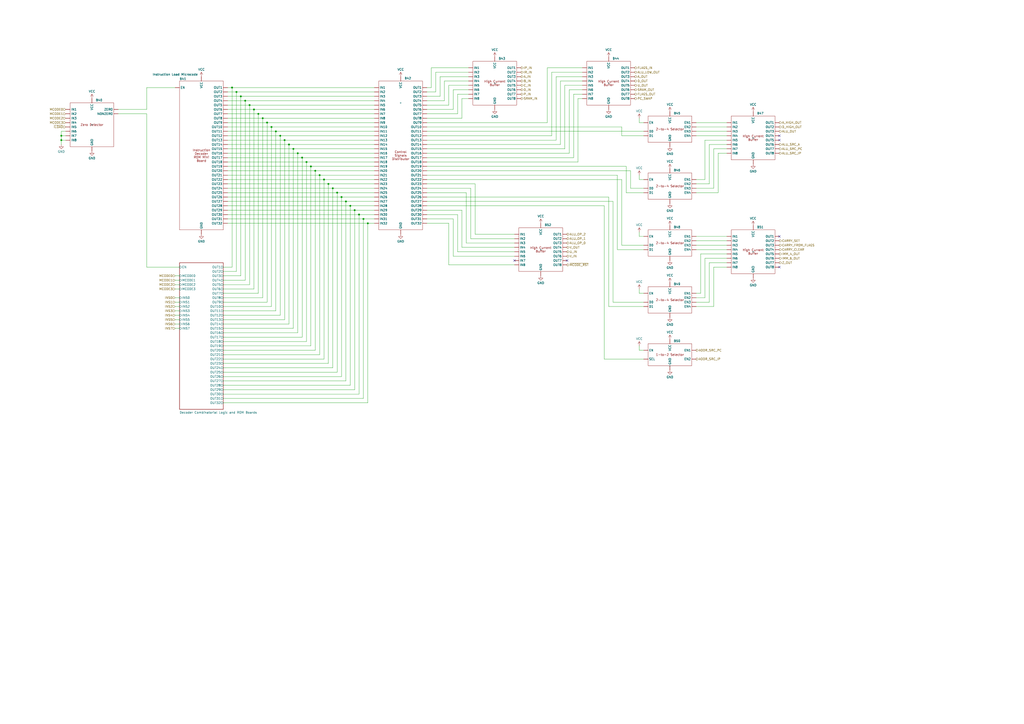
<source format=kicad_sch>
(kicad_sch (version 20230121) (generator eeschema)
  (paper "A2")
  (lib_symbols
    (symbol "MiniDragon:1-to-2 Selector"
      (property "Reference" "B" (at -12.7 7.62 0))
      (symbol "1-to-2 Selector_0_1"
        (rectangle (start -12.7 6.35) (end 12.7 -6.35))
      )
      (symbol "1-to-2 Selector_1_1"
        (text "1-to-2 Selector" (at 0 0 0) (effects (font (size 1.27 1.27))))
        (pin input line (at -15.24 2.54 0) (length 2.54) (name "EN") (number ""))
        (pin output line (at 15.24 2.54 180) (length 2.54) (name "EN1") (number ""))
        (pin output line (at 15.24 -2.54 180) (length 2.54) (name "EN2") (number ""))
        (pin power_in line (at 0 -8.89 90) (length 2.54) (name "GND") (number ""))
        (pin input line (at -15.24 -2.54 0) (length 2.54) (name "SEL") (number ""))
        (pin power_in line (at 0 8.89 270) (length 2.54) (name "VCC") (number ""))
      )
    )
    (symbol "MiniDragon:2-to-4 Selector"
      (property "Reference" "B" (at -12.7 8.89 0))
      (symbol "2-to-4 Selector_0_1"
        (rectangle (start -12.7 7.62) (end 12.7 -7.62))
      )
      (symbol "2-to-4 Selector_1_1"
        (text "2-to-4 Selector" (at 0 0 0) (effects (font (size 1.27 1.27))))
        (pin input line (at -15.24 -1.27 0) (length 2.54) (name "D0") (number ""))
        (pin input line (at -15.24 -3.81 0) (length 2.54) (name "D1") (number ""))
        (pin input line (at -15.24 3.81 0) (length 2.54) (name "EN") (number ""))
        (pin output line (at 15.24 3.81 180) (length 2.54) (name "EN1") (number ""))
        (pin output line (at 15.24 1.27 180) (length 2.54) (name "EN2") (number ""))
        (pin output line (at 15.24 -1.27 180) (length 2.54) (name "EN3") (number ""))
        (pin output line (at 15.24 -3.81 180) (length 2.54) (name "EN4") (number ""))
        (pin power_in line (at 0 -10.16 90) (length 2.54) (name "GND") (number ""))
        (pin power_in line (at 0 10.16 270) (length 2.54) (name "VCC") (number ""))
      )
    )
    (symbol "MiniDragon:Control Signals Distributor"
      (property "Reference" "B" (at -12.7 44.45 0))
      (symbol "Control Signals Distributor_0_1"
        (rectangle (start -12.7 43.18) (end 12.7 -43.18))
      )
      (symbol "Control Signals Distributor_1_1"
        (text "Control\nSignals\nDistributor" (at 0 0 0) (effects (font (size 1.27 1.27))))
        (pin power_in line (at 0 -45.72 90) (length 2.54) (name "GND") (number ""))
        (pin bidirectional line (at -15.24 39.37 0) (length 2.54) (name "IN1") (number ""))
        (pin bidirectional line (at -15.24 16.51 0) (length 2.54) (name "IN10") (number ""))
        (pin bidirectional line (at -15.24 13.97 0) (length 2.54) (name "IN11") (number ""))
        (pin bidirectional line (at -15.24 11.43 0) (length 2.54) (name "IN12") (number ""))
        (pin bidirectional line (at -15.24 8.89 0) (length 2.54) (name "IN13") (number ""))
        (pin bidirectional line (at -15.24 6.35 0) (length 2.54) (name "IN14") (number ""))
        (pin bidirectional line (at -15.24 3.81 0) (length 2.54) (name "IN15") (number ""))
        (pin bidirectional line (at -15.24 1.27 0) (length 2.54) (name "IN16") (number ""))
        (pin bidirectional line (at -15.24 -1.27 0) (length 2.54) (name "IN17") (number ""))
        (pin bidirectional line (at -15.24 -3.81 0) (length 2.54) (name "IN18") (number ""))
        (pin bidirectional line (at -15.24 -6.35 0) (length 2.54) (name "IN19") (number ""))
        (pin bidirectional line (at -15.24 36.83 0) (length 2.54) (name "IN2") (number ""))
        (pin bidirectional line (at -15.24 -8.89 0) (length 2.54) (name "IN20") (number ""))
        (pin bidirectional line (at -15.24 -11.43 0) (length 2.54) (name "IN21") (number ""))
        (pin bidirectional line (at -15.24 -13.97 0) (length 2.54) (name "IN22") (number ""))
        (pin bidirectional line (at -15.24 -16.51 0) (length 2.54) (name "IN23") (number ""))
        (pin bidirectional line (at -15.24 -19.05 0) (length 2.54) (name "IN24") (number ""))
        (pin bidirectional line (at -15.24 -21.59 0) (length 2.54) (name "IN25") (number ""))
        (pin bidirectional line (at -15.24 -24.13 0) (length 2.54) (name "IN26") (number ""))
        (pin bidirectional line (at -15.24 -26.67 0) (length 2.54) (name "IN27") (number ""))
        (pin bidirectional line (at -15.24 -29.21 0) (length 2.54) (name "IN28") (number ""))
        (pin bidirectional line (at -15.24 -31.75 0) (length 2.54) (name "IN29") (number ""))
        (pin bidirectional line (at -15.24 34.29 0) (length 2.54) (name "IN3") (number ""))
        (pin bidirectional line (at -15.24 -34.29 0) (length 2.54) (name "IN30") (number ""))
        (pin bidirectional line (at -15.24 -36.83 0) (length 2.54) (name "IN31") (number ""))
        (pin bidirectional line (at -15.24 -39.37 0) (length 2.54) (name "IN32") (number ""))
        (pin bidirectional line (at -15.24 31.75 0) (length 2.54) (name "IN4") (number ""))
        (pin bidirectional line (at -15.24 29.21 0) (length 2.54) (name "IN5") (number ""))
        (pin bidirectional line (at -15.24 26.67 0) (length 2.54) (name "IN6") (number ""))
        (pin bidirectional line (at -15.24 24.13 0) (length 2.54) (name "IN7") (number ""))
        (pin bidirectional line (at -15.24 21.59 0) (length 2.54) (name "IN8") (number ""))
        (pin bidirectional line (at -15.24 19.05 0) (length 2.54) (name "IN9") (number ""))
        (pin output line (at 15.24 39.37 180) (length 2.54) (name "OUT1") (number ""))
        (pin output line (at 15.24 16.51 180) (length 2.54) (name "OUT10") (number ""))
        (pin output line (at 15.24 13.97 180) (length 2.54) (name "OUT11") (number ""))
        (pin output line (at 15.24 11.43 180) (length 2.54) (name "OUT12") (number ""))
        (pin output line (at 15.24 8.89 180) (length 2.54) (name "OUT13") (number ""))
        (pin output line (at 15.24 6.35 180) (length 2.54) (name "OUT14") (number ""))
        (pin output line (at 15.24 3.81 180) (length 2.54) (name "OUT15") (number ""))
        (pin output line (at 15.24 1.27 180) (length 2.54) (name "OUT16") (number ""))
        (pin output line (at 15.24 -1.27 180) (length 2.54) (name "OUT17") (number ""))
        (pin output line (at 15.24 -3.81 180) (length 2.54) (name "OUT18") (number ""))
        (pin output line (at 15.24 -6.35 180) (length 2.54) (name "OUT19") (number ""))
        (pin output line (at 15.24 36.83 180) (length 2.54) (name "OUT2") (number ""))
        (pin output line (at 15.24 -8.89 180) (length 2.54) (name "OUT20") (number ""))
        (pin output line (at 15.24 -11.43 180) (length 2.54) (name "OUT21") (number ""))
        (pin output line (at 15.24 -13.97 180) (length 2.54) (name "OUT22") (number ""))
        (pin output line (at 15.24 -16.51 180) (length 2.54) (name "OUT23") (number ""))
        (pin output line (at 15.24 -19.05 180) (length 2.54) (name "OUT24") (number ""))
        (pin output line (at 15.24 -21.59 180) (length 2.54) (name "OUT25") (number ""))
        (pin output line (at 15.24 -24.13 180) (length 2.54) (name "OUT26") (number ""))
        (pin output line (at 15.24 -26.67 180) (length 2.54) (name "OUT27") (number ""))
        (pin output line (at 15.24 -29.21 180) (length 2.54) (name "OUT28") (number ""))
        (pin output line (at 15.24 -31.75 180) (length 2.54) (name "OUT29") (number ""))
        (pin output line (at 15.24 34.29 180) (length 2.54) (name "OUT3") (number ""))
        (pin output line (at 15.24 -34.29 180) (length 2.54) (name "OUT30") (number ""))
        (pin output line (at 15.24 -36.83 180) (length 2.54) (name "OUT31") (number ""))
        (pin output line (at 15.24 -39.37 180) (length 2.54) (name "OUT32") (number ""))
        (pin output line (at 15.24 31.75 180) (length 2.54) (name "OUT4") (number ""))
        (pin output line (at 15.24 29.21 180) (length 2.54) (name "OUT5") (number ""))
        (pin output line (at 15.24 26.67 180) (length 2.54) (name "OUT6") (number ""))
        (pin output line (at 15.24 24.13 180) (length 2.54) (name "OUT7") (number ""))
        (pin output line (at 15.24 21.59 180) (length 2.54) (name "OUT8") (number ""))
        (pin output line (at 15.24 19.05 180) (length 2.54) (name "OUT9") (number ""))
        (pin power_in line (at 0 45.72 270) (length 2.54) (name "VCC") (number ""))
      )
    )
    (symbol "MiniDragon:High Current Buffer"
      (property "Reference" "B" (at -12.7 13.97 0))
      (symbol "High Current Buffer_0_1"
        (rectangle (start -12.7 12.7) (end 12.7 -12.7))
      )
      (symbol "High Current Buffer_1_1"
        (text "High Current\nBuffer" (at 0 0 0) (effects (font (size 1.27 1.27))))
        (pin power_in line (at 0 -15.24 90) (length 2.54) (name "GND") (number ""))
        (pin input line (at -15.24 8.89 0) (length 2.54) (name "IN1") (number ""))
        (pin input line (at -15.24 6.35 0) (length 2.54) (name "IN2") (number ""))
        (pin input line (at -15.24 3.81 0) (length 2.54) (name "IN3") (number ""))
        (pin input line (at -15.24 1.27 0) (length 2.54) (name "IN4") (number ""))
        (pin input line (at -15.24 -1.27 0) (length 2.54) (name "IN5") (number ""))
        (pin input line (at -15.24 -3.81 0) (length 2.54) (name "IN6") (number ""))
        (pin input line (at -15.24 -6.35 0) (length 2.54) (name "IN7") (number ""))
        (pin input line (at -15.24 -8.89 0) (length 2.54) (name "IN8") (number ""))
        (pin output line (at 15.24 8.89 180) (length 2.54) (name "OUT1") (number ""))
        (pin output line (at 15.24 6.35 180) (length 2.54) (name "OUT2") (number ""))
        (pin output line (at 15.24 3.81 180) (length 2.54) (name "OUT3") (number ""))
        (pin output line (at 15.24 1.27 180) (length 2.54) (name "OUT4") (number ""))
        (pin output line (at 15.24 -1.27 180) (length 2.54) (name "OUT5") (number ""))
        (pin output line (at 15.24 -3.81 180) (length 2.54) (name "OUT6") (number ""))
        (pin output line (at 15.24 -6.35 180) (length 2.54) (name "OUT7") (number ""))
        (pin output line (at 15.24 -8.89 180) (length 2.54) (name "OUT8") (number ""))
        (pin power_in line (at 0 15.24 270) (length 2.54) (name "VCC") (number ""))
      )
    )
    (symbol "MiniDragon:Instruction Decoder ROM Mini Board"
      (property "Reference" "B" (at -12.7 44.45 0))
      (symbol "Instruction Decoder ROM Mini Board_0_1"
        (rectangle (start -12.7 43.18) (end 12.7 -43.18))
      )
      (symbol "Instruction Decoder ROM Mini Board_1_1"
        (text "Instruction\nDecoder\nROM Mini\nBoard" (at 0 0 0) (effects (font (size 1.27 1.27))))
        (pin input line (at -15.24 39.37 0) (length 2.54) (name "EN") (number ""))
        (pin power_in line (at 0 -45.72 90) (length 2.54) (name "GND") (number ""))
        (pin output line (at 15.24 39.37 180) (length 2.54) (name "OUT1") (number ""))
        (pin output line (at 15.24 16.51 180) (length 2.54) (name "OUT10") (number ""))
        (pin output line (at 15.24 13.97 180) (length 2.54) (name "OUT11") (number ""))
        (pin output line (at 15.24 11.43 180) (length 2.54) (name "OUT12") (number ""))
        (pin output line (at 15.24 8.89 180) (length 2.54) (name "OUT13") (number ""))
        (pin output line (at 15.24 6.35 180) (length 2.54) (name "OUT14") (number ""))
        (pin output line (at 15.24 3.81 180) (length 2.54) (name "OUT15") (number ""))
        (pin output line (at 15.24 1.27 180) (length 2.54) (name "OUT16") (number ""))
        (pin output line (at 15.24 -1.27 180) (length 2.54) (name "OUT17") (number ""))
        (pin output line (at 15.24 -3.81 180) (length 2.54) (name "OUT18") (number ""))
        (pin output line (at 15.24 -6.35 180) (length 2.54) (name "OUT19") (number ""))
        (pin output line (at 15.24 36.83 180) (length 2.54) (name "OUT2") (number ""))
        (pin output line (at 15.24 -8.89 180) (length 2.54) (name "OUT20") (number ""))
        (pin output line (at 15.24 -11.43 180) (length 2.54) (name "OUT21") (number ""))
        (pin output line (at 15.24 -13.97 180) (length 2.54) (name "OUT22") (number ""))
        (pin output line (at 15.24 -16.51 180) (length 2.54) (name "OUT23") (number ""))
        (pin output line (at 15.24 -19.05 180) (length 2.54) (name "OUT24") (number ""))
        (pin output line (at 15.24 -21.59 180) (length 2.54) (name "OUT25") (number ""))
        (pin output line (at 15.24 -24.13 180) (length 2.54) (name "OUT26") (number ""))
        (pin output line (at 15.24 -26.67 180) (length 2.54) (name "OUT27") (number ""))
        (pin output line (at 15.24 -29.21 180) (length 2.54) (name "OUT28") (number ""))
        (pin output line (at 15.24 -31.75 180) (length 2.54) (name "OUT29") (number ""))
        (pin output line (at 15.24 34.29 180) (length 2.54) (name "OUT3") (number ""))
        (pin output line (at 15.24 -34.29 180) (length 2.54) (name "OUT30") (number ""))
        (pin output line (at 15.24 -36.83 180) (length 2.54) (name "OUT31") (number ""))
        (pin output line (at 15.24 -39.37 180) (length 2.54) (name "OUT32") (number ""))
        (pin output line (at 15.24 31.75 180) (length 2.54) (name "OUT4") (number ""))
        (pin output line (at 15.24 29.21 180) (length 2.54) (name "OUT5") (number ""))
        (pin output line (at 15.24 26.67 180) (length 2.54) (name "OUT6") (number ""))
        (pin output line (at 15.24 24.13 180) (length 2.54) (name "OUT7") (number ""))
        (pin output line (at 15.24 21.59 180) (length 2.54) (name "OUT8") (number ""))
        (pin output line (at 15.24 19.05 180) (length 2.54) (name "OUT9") (number ""))
        (pin power_in line (at 0 45.72 270) (length 2.54) (name "VCC") (number ""))
      )
    )
    (symbol "MiniDragon:Zero Detector"
      (property "Reference" "B" (at -12.7 13.97 0))
      (symbol "Zero Detector_0_1"
        (rectangle (start -12.7 12.7) (end 12.7 -12.7))
      )
      (symbol "Zero Detector_1_1"
        (text "Zero Detector" (at 0 0 0) (effects (font (size 1.27 1.27))))
        (pin power_in line (at 0 -15.24 90) (length 2.54) (name "GND") (number ""))
        (pin input line (at -15.24 8.89 0) (length 2.54) (name "IN1") (number ""))
        (pin input line (at -15.24 6.35 0) (length 2.54) (name "IN2") (number ""))
        (pin input line (at -15.24 3.81 0) (length 2.54) (name "IN3") (number ""))
        (pin input line (at -15.24 1.27 0) (length 2.54) (name "IN4") (number ""))
        (pin input line (at -15.24 -1.27 0) (length 2.54) (name "IN5") (number ""))
        (pin input line (at -15.24 -3.81 0) (length 2.54) (name "IN6") (number ""))
        (pin input line (at -15.24 -6.35 0) (length 2.54) (name "IN7") (number ""))
        (pin input line (at -15.24 -8.89 0) (length 2.54) (name "IN8") (number ""))
        (pin open_collector line (at 15.24 6.35 180) (length 2.54) (name "NONZERO") (number ""))
        (pin power_in line (at 0 15.24 270) (length 2.54) (name "VCC") (number ""))
        (pin open_collector line (at 15.24 8.89 180) (length 2.54) (name "ZERO") (number ""))
      )
    )
    (symbol "power:GND" (power) (pin_names (offset 0))
      (property "Value" "GND" (at 0 -3.81 0))
      (symbol "GND_0_1"
        (polyline (pts (xy 0 0) (xy 0 -1.27) (xy 1.27 -1.27) (xy 0 -2.54) (xy -1.27 -1.27) (xy 0 -1.27)))
      )
      (symbol "GND_1_1"
        (pin power_in line (at 0 0 270) (length 0) hide (name "GND") (number "1"))
      )
    )
    (symbol "power:VCC" (power) (pin_names (offset 0))
      (property "Value" "VCC" (at 0 3.81 0))
      (symbol "VCC_0_1"
        (polyline (pts (xy -0.762 1.27) (xy 0 2.54)))
        (polyline (pts (xy 0 0) (xy 0 2.54)))
        (polyline (pts (xy 0 2.54) (xy 0.762 1.27)))
      )
      (symbol "VCC_1_1"
        (pin power_in line (at 0 0 90) (length 0) hide (name "VCC") (number "1"))
      )
    )
  )
  (junction (at 205.74 121.92))
  (junction (at 147.32 63.5))
  (junction (at 175.26 91.44))
  (junction (at 177.8 93.98))
  (junction (at 187.96 104.14))
  (junction (at 157.48 73.66))
  (junction (at 195.58 111.76))
  (junction (at 162.56 78.74))
  (junction (at 190.5 106.68))
  (junction (at 139.7 55.88))
  (junction (at 182.88 99.06))
  (junction (at 208.28 124.46))
  (junction (at 142.24 58.42))
  (junction (at 160.02 76.2))
  (junction (at 35.56 78.74))
  (junction (at 193.04 109.22))
  (junction (at 198.12 114.3))
  (junction (at 144.78 60.96))
  (junction (at 170.18 86.36))
  (junction (at 35.56 81.28))
  (junction (at 213.36 129.54))
  (junction (at 185.42 101.6))
  (junction (at 180.34 96.52))
  (junction (at 134.62 50.8))
  (junction (at 165.1 81.28))
  (junction (at 200.66 116.84))
  (junction (at 154.94 71.12))
  (junction (at 149.86 66.04))
  (junction (at 167.64 83.82))
  (junction (at 210.82 127))
  (junction (at 152.4 68.58))
  (junction (at 137.16 53.34))
  (junction (at 172.72 88.9))
  (junction (at 203.2 119.38))
  (no_connect (at 452.12 137.16))
  (no_connect (at 452.12 78.74))
  (no_connect (at 452.12 154.94))
  (no_connect (at 298.45 151.13))
  (no_connect (at 328.93 151.13))
  (no_connect (at 452.12 81.28))
  (wire (pts (xy 132.08 71.12) (xy 154.94 71.12)))
  (wire (pts (xy 403.86 109.22) (xy 414.02 109.22)))
  (wire (pts (xy 403.86 137.16) (xy 421.64 137.16)))
  (wire (pts (xy 175.26 91.44) (xy 175.26 195.58)))
  (wire (pts (xy 147.32 63.5) (xy 147.32 167.64)))
  (wire (pts (xy 247.65 127) (xy 262.89 127)))
  (wire (pts (xy 132.08 76.2) (xy 160.02 76.2)))
  (wire (pts (xy 358.14 144.78) (xy 358.14 101.6)))
  (wire (pts (xy 187.96 208.28) (xy 129.54 208.28)))
  (wire (pts (xy 182.88 99.06) (xy 217.17 99.06)))
  (wire (pts (xy 408.94 172.72) (xy 408.94 149.86)))
  (wire (pts (xy 85.09 63.5) (xy 85.09 50.8)))
  (wire (pts (xy 101.6 177.8) (xy 104.14 177.8)))
  (wire (pts (xy 167.64 187.96) (xy 129.54 187.96)))
  (wire (pts (xy 370.84 203.2) (xy 373.38 203.2)))
  (wire (pts (xy 154.94 71.12) (xy 217.17 71.12)))
  (wire (pts (xy 411.48 106.68) (xy 411.48 83.82)))
  (wire (pts (xy 177.8 93.98) (xy 217.17 93.98)))
  (wire (pts (xy 247.65 66.04) (xy 265.43 66.04)))
  (wire (pts (xy 132.08 83.82) (xy 167.64 83.82)))
  (wire (pts (xy 85.09 66.04) (xy 85.09 154.94)))
  (wire (pts (xy 101.6 160.02) (xy 104.14 160.02)))
  (wire (pts (xy 247.65 73.66) (xy 360.68 73.66)))
  (wire (pts (xy 35.56 76.2) (xy 35.56 78.74)))
  (wire (pts (xy 317.5 39.37) (xy 337.82 39.37)))
  (wire (pts (xy 132.08 99.06) (xy 182.88 99.06)))
  (wire (pts (xy 132.08 127) (xy 210.82 127)))
  (wire (pts (xy 247.65 114.3) (xy 353.06 114.3)))
  (wire (pts (xy 370.84 137.16) (xy 373.38 137.16)))
  (wire (pts (xy 247.65 55.88) (xy 255.27 55.88)))
  (wire (pts (xy 332.74 91.44) (xy 332.74 54.61)))
  (wire (pts (xy 195.58 111.76) (xy 195.58 215.9)))
  (wire (pts (xy 403.86 177.8) (xy 414.02 177.8)))
  (wire (pts (xy 353.06 177.8) (xy 373.38 177.8)))
  (wire (pts (xy 406.4 147.32) (xy 421.64 147.32)))
  (wire (pts (xy 203.2 119.38) (xy 203.2 223.52)))
  (wire (pts (xy 332.74 54.61) (xy 337.82 54.61)))
  (wire (pts (xy 247.65 91.44) (xy 332.74 91.44)))
  (wire (pts (xy 162.56 78.74) (xy 162.56 182.88)))
  (wire (pts (xy 370.84 71.12) (xy 373.38 71.12)))
  (wire (pts (xy 137.16 53.34) (xy 137.16 157.48)))
  (wire (pts (xy 247.65 68.58) (xy 267.97 68.58)))
  (wire (pts (xy 275.59 106.68) (xy 275.59 135.89)))
  (wire (pts (xy 132.08 109.22) (xy 193.04 109.22)))
  (wire (pts (xy 101.6 185.42) (xy 104.14 185.42)))
  (wire (pts (xy 157.48 73.66) (xy 217.17 73.66)))
  (wire (pts (xy 132.08 121.92) (xy 205.74 121.92)))
  (wire (pts (xy 265.43 146.05) (xy 298.45 146.05)))
  (wire (pts (xy 139.7 55.88) (xy 217.17 55.88)))
  (wire (pts (xy 262.89 148.59) (xy 298.45 148.59)))
  (wire (pts (xy 252.73 53.34) (xy 252.73 41.91)))
  (wire (pts (xy 132.08 81.28) (xy 165.1 81.28)))
  (wire (pts (xy 408.94 81.28) (xy 421.64 81.28)))
  (wire (pts (xy 137.16 53.34) (xy 217.17 53.34)))
  (wire (pts (xy 250.19 39.37) (xy 271.78 39.37)))
  (wire (pts (xy 180.34 200.66) (xy 129.54 200.66)))
  (wire (pts (xy 198.12 114.3) (xy 198.12 218.44)))
  (wire (pts (xy 187.96 104.14) (xy 217.17 104.14)))
  (wire (pts (xy 132.08 101.6) (xy 185.42 101.6)))
  (wire (pts (xy 247.65 96.52) (xy 363.22 96.52)))
  (wire (pts (xy 35.56 81.28) (xy 35.56 83.82)))
  (wire (pts (xy 370.84 101.6) (xy 370.84 104.14)))
  (wire (pts (xy 68.58 63.5) (xy 85.09 63.5)))
  (wire (pts (xy 322.58 81.28) (xy 322.58 44.45)))
  (wire (pts (xy 337.82 57.15) (xy 335.28 57.15)))
  (wire (pts (xy 101.6 182.88) (xy 104.14 182.88)))
  (wire (pts (xy 129.54 203.2) (xy 182.88 203.2)))
  (wire (pts (xy 132.08 86.36) (xy 170.18 86.36)))
  (wire (pts (xy 252.73 41.91) (xy 271.78 41.91)))
  (wire (pts (xy 213.36 129.54) (xy 217.17 129.54)))
  (wire (pts (xy 260.35 49.53) (xy 271.78 49.53)))
  (wire (pts (xy 132.08 104.14) (xy 187.96 104.14)))
  (wire (pts (xy 157.48 73.66) (xy 157.48 177.8)))
  (wire (pts (xy 152.4 68.58) (xy 217.17 68.58)))
  (wire (pts (xy 408.94 104.14) (xy 408.94 81.28)))
  (wire (pts (xy 257.81 46.99) (xy 271.78 46.99)))
  (wire (pts (xy 132.08 129.54) (xy 213.36 129.54)))
  (wire (pts (xy 247.65 124.46) (xy 265.43 124.46)))
  (wire (pts (xy 414.02 109.22) (xy 414.02 86.36)))
  (wire (pts (xy 247.65 76.2) (xy 373.38 76.2)))
  (wire (pts (xy 270.51 111.76) (xy 270.51 140.97)))
  (wire (pts (xy 247.65 53.34) (xy 252.73 53.34)))
  (wire (pts (xy 360.68 142.24) (xy 373.38 142.24)))
  (wire (pts (xy 132.08 116.84) (xy 200.66 116.84)))
  (wire (pts (xy 142.24 58.42) (xy 142.24 162.56)))
  (wire (pts (xy 180.34 96.52) (xy 180.34 200.66)))
  (wire (pts (xy 129.54 185.42) (xy 165.1 185.42)))
  (wire (pts (xy 403.86 142.24) (xy 421.64 142.24)))
  (wire (pts (xy 208.28 228.6) (xy 129.54 228.6)))
  (wire (pts (xy 320.04 78.74) (xy 320.04 41.91)))
  (wire (pts (xy 129.54 220.98) (xy 200.66 220.98)))
  (wire (pts (xy 363.22 111.76) (xy 373.38 111.76)))
  (wire (pts (xy 250.19 50.8) (xy 250.19 39.37)))
  (wire (pts (xy 414.02 154.94) (xy 421.64 154.94)))
  (wire (pts (xy 350.52 119.38) (xy 350.52 208.28)))
  (wire (pts (xy 142.24 58.42) (xy 217.17 58.42)))
  (wire (pts (xy 185.42 205.74) (xy 129.54 205.74)))
  (wire (pts (xy 129.54 165.1) (xy 144.78 165.1)))
  (wire (pts (xy 165.1 81.28) (xy 217.17 81.28)))
  (wire (pts (xy 247.65 86.36) (xy 327.66 86.36)))
  (wire (pts (xy 257.81 58.42) (xy 257.81 46.99)))
  (wire (pts (xy 403.86 106.68) (xy 411.48 106.68)))
  (wire (pts (xy 267.97 143.51) (xy 298.45 143.51)))
  (wire (pts (xy 175.26 195.58) (xy 129.54 195.58)))
  (wire (pts (xy 132.08 111.76) (xy 195.58 111.76)))
  (wire (pts (xy 132.08 106.68) (xy 190.5 106.68)))
  (wire (pts (xy 403.86 172.72) (xy 408.94 172.72)))
  (wire (pts (xy 190.5 210.82) (xy 190.5 106.68)))
  (wire (pts (xy 154.94 175.26) (xy 154.94 71.12)))
  (wire (pts (xy 132.08 78.74) (xy 162.56 78.74)))
  (wire (pts (xy 68.58 66.04) (xy 85.09 66.04)))
  (wire (pts (xy 213.36 129.54) (xy 213.36 233.68)))
  (wire (pts (xy 101.6 167.64) (xy 104.14 167.64)))
  (wire (pts (xy 350.52 208.28) (xy 373.38 208.28)))
  (wire (pts (xy 193.04 109.22) (xy 217.17 109.22)))
  (wire (pts (xy 134.62 50.8) (xy 217.17 50.8)))
  (wire (pts (xy 144.78 165.1) (xy 144.78 60.96)))
  (wire (pts (xy 208.28 124.46) (xy 208.28 228.6)))
  (wire (pts (xy 167.64 83.82) (xy 217.17 83.82)))
  (wire (pts (xy 132.08 91.44) (xy 175.26 91.44)))
  (wire (pts (xy 262.89 52.07) (xy 271.78 52.07)))
  (wire (pts (xy 370.84 104.14) (xy 373.38 104.14)))
  (wire (pts (xy 129.54 170.18) (xy 149.86 170.18)))
  (wire (pts (xy 247.65 78.74) (xy 320.04 78.74)))
  (wire (pts (xy 327.66 86.36) (xy 327.66 49.53)))
  (wire (pts (xy 262.89 127) (xy 262.89 148.59)))
  (wire (pts (xy 265.43 124.46) (xy 265.43 146.05)))
  (wire (pts (xy 355.6 116.84) (xy 355.6 175.26)))
  (wire (pts (xy 193.04 213.36) (xy 129.54 213.36)))
  (wire (pts (xy 205.74 121.92) (xy 217.17 121.92)))
  (wire (pts (xy 132.08 124.46) (xy 208.28 124.46)))
  (wire (pts (xy 132.08 63.5) (xy 147.32 63.5)))
  (wire (pts (xy 177.8 198.12) (xy 177.8 93.98)))
  (wire (pts (xy 149.86 66.04) (xy 217.17 66.04)))
  (wire (pts (xy 170.18 86.36) (xy 217.17 86.36)))
  (wire (pts (xy 210.82 231.14) (xy 210.82 127)))
  (wire (pts (xy 247.65 71.12) (xy 317.5 71.12)))
  (wire (pts (xy 205.74 226.06) (xy 205.74 121.92)))
  (wire (pts (xy 85.09 154.94) (xy 104.14 154.94)))
  (wire (pts (xy 132.08 66.04) (xy 149.86 66.04)))
  (wire (pts (xy 370.84 170.18) (xy 373.38 170.18)))
  (wire (pts (xy 265.43 54.61) (xy 271.78 54.61)))
  (wire (pts (xy 182.88 203.2) (xy 182.88 99.06)))
  (wire (pts (xy 247.65 58.42) (xy 257.81 58.42)))
  (wire (pts (xy 203.2 119.38) (xy 217.17 119.38)))
  (wire (pts (xy 198.12 114.3) (xy 217.17 114.3)))
  (wire (pts (xy 132.08 60.96) (xy 144.78 60.96)))
  (wire (pts (xy 247.65 63.5) (xy 262.89 63.5)))
  (wire (pts (xy 330.2 88.9) (xy 330.2 52.07)))
  (wire (pts (xy 147.32 167.64) (xy 129.54 167.64)))
  (wire (pts (xy 165.1 185.42) (xy 165.1 81.28)))
  (wire (pts (xy 132.08 88.9) (xy 172.72 88.9)))
  (wire (pts (xy 327.66 49.53) (xy 337.82 49.53)))
  (wire (pts (xy 360.68 104.14) (xy 360.68 142.24)))
  (wire (pts (xy 213.36 233.68) (xy 129.54 233.68)))
  (wire (pts (xy 373.38 144.78) (xy 358.14 144.78)))
  (wire (pts (xy 403.86 104.14) (xy 408.94 104.14)))
  (wire (pts (xy 129.54 180.34) (xy 160.02 180.34)))
  (wire (pts (xy 160.02 76.2) (xy 217.17 76.2)))
  (wire (pts (xy 101.6 190.5) (xy 104.14 190.5)))
  (wire (pts (xy 129.54 226.06) (xy 205.74 226.06)))
  (wire (pts (xy 247.65 109.22) (xy 273.05 109.22)))
  (wire (pts (xy 358.14 101.6) (xy 247.65 101.6)))
  (wire (pts (xy 187.96 104.14) (xy 187.96 208.28)))
  (wire (pts (xy 247.65 93.98) (xy 335.28 93.98)))
  (wire (pts (xy 363.22 96.52) (xy 363.22 111.76)))
  (wire (pts (xy 260.35 60.96) (xy 260.35 49.53)))
  (wire (pts (xy 129.54 162.56) (xy 142.24 162.56)))
  (wire (pts (xy 101.6 172.72) (xy 104.14 172.72)))
  (wire (pts (xy 167.64 83.82) (xy 167.64 187.96)))
  (wire (pts (xy 403.86 144.78) (xy 421.64 144.78)))
  (wire (pts (xy 267.97 68.58) (xy 267.97 57.15)))
  (wire (pts (xy 162.56 182.88) (xy 129.54 182.88)))
  (wire (pts (xy 403.86 78.74) (xy 421.64 78.74)))
  (wire (pts (xy 403.86 139.7) (xy 421.64 139.7)))
  (wire (pts (xy 255.27 44.45) (xy 271.78 44.45)))
  (wire (pts (xy 298.45 138.43) (xy 273.05 138.43)))
  (wire (pts (xy 132.08 53.34) (xy 137.16 53.34)))
  (wire (pts (xy 411.48 83.82) (xy 421.64 83.82)))
  (wire (pts (xy 262.89 63.5) (xy 262.89 52.07)))
  (wire (pts (xy 208.28 124.46) (xy 217.17 124.46)))
  (wire (pts (xy 85.09 50.8) (xy 101.6 50.8)))
  (wire (pts (xy 137.16 157.48) (xy 129.54 157.48)))
  (wire (pts (xy 414.02 177.8) (xy 414.02 154.94)))
  (wire (pts (xy 129.54 154.94) (xy 134.62 154.94)))
  (wire (pts (xy 273.05 138.43) (xy 273.05 109.22)))
  (wire (pts (xy 325.12 83.82) (xy 325.12 46.99)))
  (wire (pts (xy 247.65 104.14) (xy 360.68 104.14)))
  (wire (pts (xy 198.12 218.44) (xy 129.54 218.44)))
  (wire (pts (xy 247.65 83.82) (xy 325.12 83.82)))
  (wire (pts (xy 132.08 58.42) (xy 142.24 58.42)))
  (wire (pts (xy 330.2 52.07) (xy 337.82 52.07)))
  (wire (pts (xy 406.4 170.18) (xy 406.4 147.32)))
  (wire (pts (xy 247.65 106.68) (xy 275.59 106.68)))
  (wire (pts (xy 416.56 111.76) (xy 416.56 88.9)))
  (wire (pts (xy 260.35 129.54) (xy 260.35 153.67)))
  (wire (pts (xy 170.18 190.5) (xy 170.18 86.36)))
  (wire (pts (xy 200.66 116.84) (xy 217.17 116.84)))
  (wire (pts (xy 247.65 121.92) (xy 267.97 121.92)))
  (wire (pts (xy 365.76 99.06) (xy 247.65 99.06)))
  (wire (pts (xy 190.5 106.68) (xy 217.17 106.68)))
  (wire (pts (xy 370.84 68.58) (xy 370.84 71.12)))
  (wire (pts (xy 144.78 60.96) (xy 217.17 60.96)))
  (wire (pts (xy 322.58 44.45) (xy 337.82 44.45)))
  (wire (pts (xy 200.66 220.98) (xy 200.66 116.84)))
  (wire (pts (xy 247.65 81.28) (xy 322.58 81.28)))
  (wire (pts (xy 129.54 175.26) (xy 154.94 175.26)))
  (wire (pts (xy 355.6 175.26) (xy 373.38 175.26)))
  (wire (pts (xy 129.54 198.12) (xy 177.8 198.12)))
  (wire (pts (xy 101.6 162.56) (xy 104.14 162.56)))
  (wire (pts (xy 403.86 73.66) (xy 421.64 73.66)))
  (wire (pts (xy 157.48 177.8) (xy 129.54 177.8)))
  (wire (pts (xy 255.27 55.88) (xy 255.27 44.45)))
  (wire (pts (xy 260.35 153.67) (xy 298.45 153.67)))
  (wire (pts (xy 360.68 73.66) (xy 360.68 78.74)))
  (wire (pts (xy 317.5 71.12) (xy 317.5 39.37)))
  (wire (pts (xy 403.86 170.18) (xy 406.4 170.18)))
  (wire (pts (xy 147.32 63.5) (xy 217.17 63.5)))
  (wire (pts (xy 370.84 200.66) (xy 370.84 203.2)))
  (wire (pts (xy 172.72 193.04) (xy 129.54 193.04)))
  (wire (pts (xy 411.48 175.26) (xy 411.48 152.4)))
  (wire (pts (xy 101.6 180.34) (xy 104.14 180.34)))
  (wire (pts (xy 203.2 223.52) (xy 129.54 223.52)))
  (wire (pts (xy 365.76 109.22) (xy 365.76 99.06)))
  (wire (pts (xy 416.56 88.9) (xy 421.64 88.9)))
  (wire (pts (xy 247.65 60.96) (xy 260.35 60.96)))
  (wire (pts (xy 193.04 109.22) (xy 193.04 213.36)))
  (wire (pts (xy 247.65 50.8) (xy 250.19 50.8)))
  (wire (pts (xy 247.65 116.84) (xy 355.6 116.84)))
  (wire (pts (xy 403.86 175.26) (xy 411.48 175.26)))
  (wire (pts (xy 320.04 41.91) (xy 337.82 41.91)))
  (wire (pts (xy 373.38 109.22) (xy 365.76 109.22)))
  (wire (pts (xy 160.02 180.34) (xy 160.02 76.2)))
  (wire (pts (xy 275.59 135.89) (xy 298.45 135.89)))
  (wire (pts (xy 267.97 121.92) (xy 267.97 143.51)))
  (wire (pts (xy 129.54 190.5) (xy 170.18 190.5)))
  (wire (pts (xy 132.08 119.38) (xy 203.2 119.38)))
  (wire (pts (xy 129.54 210.82) (xy 190.5 210.82)))
  (wire (pts (xy 35.56 81.28) (xy 38.1 81.28)))
  (wire (pts (xy 265.43 66.04) (xy 265.43 54.61)))
  (wire (pts (xy 411.48 152.4) (xy 421.64 152.4)))
  (wire (pts (xy 370.84 134.62) (xy 370.84 137.16)))
  (wire (pts (xy 162.56 78.74) (xy 217.17 78.74)))
  (wire (pts (xy 132.08 114.3) (xy 198.12 114.3)))
  (wire (pts (xy 414.02 86.36) (xy 421.64 86.36)))
  (wire (pts (xy 152.4 172.72) (xy 129.54 172.72)))
  (wire (pts (xy 172.72 88.9) (xy 217.17 88.9)))
  (wire (pts (xy 101.6 187.96) (xy 104.14 187.96)))
  (wire (pts (xy 38.1 76.2) (xy 35.56 76.2)))
  (wire (pts (xy 129.54 160.02) (xy 139.7 160.02)))
  (wire (pts (xy 149.86 170.18) (xy 149.86 66.04)))
  (wire (pts (xy 134.62 50.8) (xy 134.62 154.94)))
  (wire (pts (xy 247.65 119.38) (xy 350.52 119.38)))
  (wire (pts (xy 195.58 111.76) (xy 217.17 111.76)))
  (wire (pts (xy 370.84 167.64) (xy 370.84 170.18)))
  (wire (pts (xy 101.6 165.1) (xy 104.14 165.1)))
  (wire (pts (xy 35.56 78.74) (xy 38.1 78.74)))
  (wire (pts (xy 403.86 71.12) (xy 421.64 71.12)))
  (wire (pts (xy 175.26 91.44) (xy 217.17 91.44)))
  (wire (pts (xy 353.06 114.3) (xy 353.06 177.8)))
  (wire (pts (xy 180.34 96.52) (xy 217.17 96.52)))
  (wire (pts (xy 403.86 111.76) (xy 416.56 111.76)))
  (wire (pts (xy 403.86 76.2) (xy 421.64 76.2)))
  (wire (pts (xy 132.08 93.98) (xy 177.8 93.98)))
  (wire (pts (xy 267.97 57.15) (xy 271.78 57.15)))
  (wire (pts (xy 408.94 149.86) (xy 421.64 149.86)))
  (wire (pts (xy 270.51 140.97) (xy 298.45 140.97)))
  (wire (pts (xy 247.65 88.9) (xy 330.2 88.9)))
  (wire (pts (xy 247.65 111.76) (xy 270.51 111.76)))
  (wire (pts (xy 210.82 127) (xy 217.17 127)))
  (wire (pts (xy 172.72 88.9) (xy 172.72 193.04)))
  (wire (pts (xy 247.65 129.54) (xy 260.35 129.54)))
  (wire (pts (xy 139.7 160.02) (xy 139.7 55.88)))
  (wire (pts (xy 185.42 101.6) (xy 185.42 205.74)))
  (wire (pts (xy 35.56 78.74) (xy 35.56 81.28)))
  (wire (pts (xy 129.54 215.9) (xy 195.58 215.9)))
  (wire (pts (xy 325.12 46.99) (xy 337.82 46.99)))
  (wire (pts (xy 132.08 96.52) (xy 180.34 96.52)))
  (wire (pts (xy 132.08 68.58) (xy 152.4 68.58)))
  (wire (pts (xy 132.08 73.66) (xy 157.48 73.66)))
  (wire (pts (xy 132.08 55.88) (xy 139.7 55.88)))
  (wire (pts (xy 335.28 57.15) (xy 335.28 93.98)))
  (wire (pts (xy 101.6 175.26) (xy 104.14 175.26)))
  (wire (pts (xy 132.08 50.8) (xy 134.62 50.8)))
  (wire (pts (xy 360.68 78.74) (xy 373.38 78.74)))
  (wire (pts (xy 129.54 231.14) (xy 210.82 231.14)))
  (wire (pts (xy 152.4 68.58) (xy 152.4 172.72)))
  (wire (pts (xy 185.42 101.6) (xy 217.17 101.6)))
  (hierarchical_label "Z_OUT" (shape output) (at 452.12 152.4 0))
  (hierarchical_label "MCODE3" (shape input) (at 38.1 71.12 180))
  (hierarchical_label "ALU_SRC_A" (shape output) (at 452.12 83.82 0))
  (hierarchical_label "D_IN" (shape output) (at 302.26 52.07 0))
  (hierarchical_label "ALU_OP_2" (shape output) (at 328.93 135.89 0))
  (hierarchical_label "MCODE2" (shape input) (at 38.1 68.58 180))
  (hierarchical_label "ADDR_SRC_PC" (shape output) (at 403.86 203.2 0))
  (hierarchical_label "A_IN" (shape output) (at 302.26 44.45 0))
  (hierarchical_label "CARRY_CLEAR" (shape output) (at 452.12 144.78 0))
  (hierarchical_label "MCODE0" (shape input) (at 101.6 160.02 180))
  (hierarchical_label "INS0" (shape input) (at 101.6 172.72 180))
  (hierarchical_label "INS6" (shape input) (at 101.6 187.96 180))
  (hierarchical_label "INS7" (shape input) (at 101.6 190.5 180))
  (hierarchical_label "C_IN" (shape output) (at 302.26 49.53 0))
  (hierarchical_label "CARRY_FROM_FLAGS" (shape output) (at 452.12 142.24 0))
  (hierarchical_label "ALU_LOW_OUT" (shape output) (at 368.3 41.91 0))
  (hierarchical_label "ALU_OP_0" (shape output) (at 328.93 140.97 0))
  (hierarchical_label "SRAM_IN" (shape output) (at 302.26 57.15 0))
  (hierarchical_label "INS1" (shape input) (at 101.6 175.26 180))
  (hierarchical_label "ALU_OUT" (shape output) (at 452.12 76.2 0))
  (hierarchical_label "P_IN" (shape output) (at 302.26 54.61 0))
  (hierarchical_label "MCODE1" (shape input) (at 38.1 66.04 180))
  (hierarchical_label "INS3" (shape input) (at 101.6 180.34 180))
  (hierarchical_label "IMM_6_OUT" (shape output) (at 452.12 149.86 0))
  (hierarchical_label "MCODE2" (shape input) (at 101.6 165.1 180))
  (hierarchical_label "PC_SWAP" (shape output) (at 368.3 57.15 0))
  (hierarchical_label "D_HIGH_OUT" (shape output) (at 452.12 73.66 0))
  (hierarchical_label "IR_IN" (shape output) (at 302.26 41.91 0))
  (hierarchical_label "IMM_4_OUT" (shape output) (at 452.12 147.32 0))
  (hierarchical_label "FLAGS_IN" (shape output) (at 368.3 39.37 0))
  (hierarchical_label "V_OUT" (shape output) (at 328.93 143.51 0))
  (hierarchical_label "ADDR_SRC_IP" (shape output) (at 403.86 208.28 0))
  (hierarchical_label "A_HIGH_OUT" (shape output) (at 452.12 71.12 0))
  (hierarchical_label "MCODE3" (shape input) (at 101.6 167.64 180))
  (hierarchical_label "CARRY_SET" (shape output) (at 452.12 139.7 0))
  (hierarchical_label "~{MCODE_RST}" (shape output) (at 328.93 153.67 0))
  (hierarchical_label "INS5" (shape input) (at 101.6 185.42 180))
  (hierarchical_label "A_OUT" (shape output) (at 368.3 44.45 0))
  (hierarchical_label "MCODE1" (shape input) (at 101.6 162.56 180))
  (hierarchical_label "ALU_SRC_PC" (shape output) (at 452.12 86.36 0))
  (hierarchical_label "IP_IN" (shape output) (at 302.26 39.37 0))
  (hierarchical_label "ALU_SRC_IP" (shape output) (at 452.12 88.9 0))
  (hierarchical_label "D_OUT" (shape output) (at 368.3 46.99 0))
  (hierarchical_label "ALU_OP_1" (shape output) (at 328.93 138.43 0))
  (hierarchical_label "~{ILOAD}" (shape input) (at 38.1 73.66 180))
  (hierarchical_label "U_IN" (shape output) (at 328.93 146.05 0))
  (hierarchical_label "B_IN" (shape output) (at 302.26 46.99 0))
  (hierarchical_label "FLAGS_OUT" (shape output) (at 368.3 54.61 0))
  (hierarchical_label "MCODE0" (shape input) (at 38.1 63.5 180))
  (hierarchical_label "INS2" (shape input) (at 101.6 177.8 180))
  (hierarchical_label "INS4" (shape input) (at 101.6 182.88 180))
  (hierarchical_label "SRAM_OUT" (shape output) (at 368.3 52.07 0))
  (hierarchical_label "U_OUT" (shape output) (at 368.3 49.53 0))
  (hierarchical_label "V_IN" (shape output) (at 328.93 148.59 0))
  (symbol (lib_id "power:GND") (at 436.88 161.29 0) (unit 1)
    (property "Reference" "#PWR0110" (effects hide))
    (property "Value" "GND" (at 436.88 165.4231 0))
  )
  (symbol (lib_id "power:VCC") (at 436.88 130.81 0) (unit 1)
    (property "Reference" "#PWR0109" (effects hide))
    (property "Value" "VCC" (at 436.88 126.6769 0))
  )
  (symbol (lib_id "power:GND") (at 388.62 214.63 0) (unit 1)
    (property "Reference" "#PWR0108" (effects hide))
    (property "Value" "GND" (at 388.62 218.7631 0))
  )
  (symbol (lib_id "power:GND") (at 313.69 160.02 0) (unit 1)
    (property "Reference" "#PWR0112" (effects hide))
    (property "Value" "GND" (at 313.69 164.1531 0))
  )
  (symbol (lib_id "power:VCC") (at 370.84 134.62 0) (unit 1)
    (property "Reference" "#PWR0100" (effects hide))
    (property "Value" "VCC" (at 370.84 130.4869 0))
  )
  (symbol (lib_id "power:GND") (at 116.84 135.89 0) (unit 1)
    (property "Reference" "#PWR084" (effects hide))
    (property "Value" "GND" (at 116.84 140.0231 0))
  )
  (symbol (lib_id "MiniDragon:Instruction Decoder ROM Mini Board") (at 116.84 90.17 0) (unit 1)
    (property "Reference" "B41" (at 104.14 45.72 0) (effects (justify left)))
    (property "Value" "Instruction Load Microcode" (at 101.6 43.18 0))
  )
  (symbol (lib_id "power:VCC") (at 370.84 68.58 0) (unit 1)
    (property "Reference" "#PWR094" (effects hide))
    (property "Value" "VCC" (at 370.84 64.4469 0))
  )
  (symbol (lib_id "power:GND") (at 53.34 87.63 0) (unit 1)
    (property "Reference" "#PWR083" (effects hide))
    (property "Value" "GND" (at 53.34 91.7631 0))
  )
  (symbol (lib_id "power:GND") (at 388.62 85.09 0) (unit 1)
    (property "Reference" "#PWR093" (effects hide))
    (property "Value" "GND" (at 388.62 89.2231 0))
  )
  (symbol (lib_id "MiniDragon:2-to-4 Selector") (at 388.62 173.99 0) (unit 1)
    (property "Reference" "B49" (at 390.8141 164.7769 0) (effects (justify left)))
    (property "Value" "~" (at 388.62 179.07 0))
  )
  (symbol (lib_id "power:VCC") (at 388.62 64.77 0) (unit 1)
    (property "Reference" "#PWR092" (effects hide))
    (property "Value" "VCC" (at 388.62 60.6369 0))
  )
  (symbol (lib_id "MiniDragon:2-to-4 Selector") (at 388.62 140.97 0) (unit 1)
    (property "Reference" "B48" (at 390.8141 131.7569 0) (effects (justify left)))
    (property "Value" "~" (at 388.62 146.05 0))
  )
  (symbol (lib_id "MiniDragon:2-to-4 Selector") (at 388.62 107.95 0) (unit 1)
    (property "Reference" "B46" (at 390.8141 98.7369 0) (effects (justify left)))
    (property "Value" "~" (at 388.62 113.03 0))
  )
  (symbol (lib_id "power:VCC") (at 370.84 167.64 0) (unit 1)
    (property "Reference" "#PWR0103" (effects hide))
    (property "Value" "VCC" (at 370.84 163.5069 0))
  )
  (symbol (lib_id "MiniDragon:High Current Buffer") (at 436.88 146.05 0) (unit 1)
    (property "Reference" "B51" (at 439.0741 131.7569 0) (effects (justify left)))
    (property "Value" "~" (at 436.88 146.05 0))
  )
  (symbol (lib_id "MiniDragon:High Current Buffer") (at 313.69 144.78 0) (unit 1)
    (property "Reference" "B52" (at 315.8841 130.4869 0) (effects (justify left)))
    (property "Value" "~" (at 313.69 144.78 0))
  )
  (symbol (lib_id "power:VCC") (at 287.02 33.02 0) (unit 1)
    (property "Reference" "#PWR088" (effects hide))
    (property "Value" "VCC" (at 287.02 28.8869 0))
  )
  (symbol (lib_id "power:GND") (at 35.56 83.82 0) (unit 1)
    (property "Reference" "#PWR085" (effects hide))
    (property "Value" "GND" (at 35.56 87.9531 0))
  )
  (symbol (lib_id "power:VCC") (at 353.06 33.02 0) (unit 1)
    (property "Reference" "#PWR090" (effects hide))
    (property "Value" "VCC" (at 353.06 28.8869 0))
  )
  (symbol (lib_id "power:GND") (at 388.62 118.11 0) (unit 1)
    (property "Reference" "#PWR097" (effects hide))
    (property "Value" "GND" (at 388.62 122.2431 0))
  )
  (symbol (lib_id "power:VCC") (at 116.84 44.45 0) (unit 1)
    (property "Reference" "#PWR082" (effects hide))
    (property "Value" "VCC" (at 116.84 40.3169 0))
  )
  (symbol (lib_id "power:VCC") (at 388.62 97.79 0) (unit 1)
    (property "Reference" "#PWR096" (effects hide))
    (property "Value" "VCC" (at 388.62 93.6569 0))
  )
  (symbol (lib_id "power:VCC") (at 370.84 200.66 0) (unit 1)
    (property "Reference" "#PWR0107" (effects hide))
    (property "Value" "VCC" (at 370.84 196.5269 0))
  )
  (symbol (lib_id "power:VCC") (at 388.62 163.83 0) (unit 1)
    (property "Reference" "#PWR0104" (effects hide))
    (property "Value" "VCC" (at 388.62 159.6969 0))
  )
  (symbol (lib_id "power:VCC") (at 436.88 64.77 0) (unit 1)
    (property "Reference" "#PWR098" (effects hide))
    (property "Value" "VCC" (at 436.88 60.6369 0))
  )
  (symbol (lib_id "power:GND") (at 388.62 151.13 0) (unit 1)
    (property "Reference" "#PWR0102" (effects hide))
    (property "Value" "GND" (at 388.62 155.2631 0))
  )
  (symbol (lib_id "power:VCC") (at 388.62 130.81 0) (unit 1)
    (property "Reference" "#PWR0101" (effects hide))
    (property "Value" "VCC" (at 388.62 126.6769 0))
  )
  (symbol (lib_id "power:GND") (at 287.02 63.5 0) (unit 1)
    (property "Reference" "#PWR089" (effects hide))
    (property "Value" "GND" (at 287.02 67.6331 0))
  )
  (symbol (lib_id "MiniDragon:2-to-4 Selector") (at 388.62 74.93 0) (unit 1)
    (property "Reference" "B45" (at 390.8141 65.7169 0) (effects (justify left)))
    (property "Value" "~" (at 388.62 80.01 0))
  )
  (symbol (lib_id "MiniDragon:Zero Detector") (at 53.34 72.39 0) (unit 1)
    (property "Reference" "B40" (at 55.5341 58.0969 0) (effects (justify left)))
    (property "Value" "~" (at 53.34 72.39 0))
  )
  (symbol (lib_id "power:VCC") (at 232.41 44.45 0) (unit 1)
    (property "Reference" "#PWR086" (effects hide))
    (property "Value" "VCC" (at 232.41 40.3169 0))
  )
  (symbol (lib_id "power:VCC") (at 370.84 101.6 0) (unit 1)
    (property "Reference" "#PWR095" (effects hide))
    (property "Value" "VCC" (at 370.84 97.4669 0))
  )
  (symbol (lib_id "MiniDragon:High Current Buffer") (at 436.88 80.01 0) (unit 1)
    (property "Reference" "B47" (at 439.0741 65.7169 0) (effects (justify left)))
    (property "Value" "~" (at 436.88 80.01 0))
  )
  (symbol (lib_id "power:GND") (at 436.88 95.25 0) (unit 1)
    (property "Reference" "#PWR099" (effects hide))
    (property "Value" "GND" (at 436.88 99.3831 0))
  )
  (symbol (lib_id "MiniDragon:1-to-2 Selector") (at 388.62 205.74 0) (unit 1)
    (property "Reference" "B50" (at 390.8141 197.7969 0) (effects (justify left)))
    (property "Value" "~" (at 388.62 212.09 0))
  )
  (symbol (lib_id "MiniDragon:Control Signals Distributor") (at 232.41 90.17 0) (unit 1)
    (property "Reference" "B42" (at 234.6041 45.3969 0) (effects (justify left)))
    (property "Value" "~" (at 232.41 59.69 0))
  )
  (symbol (lib_id "power:VCC") (at 313.69 129.54 0) (unit 1)
    (property "Reference" "#PWR0111" (effects hide))
    (property "Value" "VCC" (at 313.69 125.4069 0))
  )
  (symbol (lib_id "MiniDragon:High Current Buffer") (at 353.06 48.26 0) (unit 1)
    (property "Reference" "B44" (at 355.2541 33.9669 0) (effects (justify left)))
    (property "Value" "~" (at 353.06 48.26 0))
  )
  (symbol (lib_id "power:VCC") (at 53.34 57.15 0) (unit 1)
    (property "Reference" "#PWR081" (effects hide))
    (property "Value" "VCC" (at 53.34 53.0169 0))
  )
  (symbol (lib_id "power:GND") (at 232.41 135.89 0) (unit 1)
    (property "Reference" "#PWR087" (effects hide))
    (property "Value" "GND" (at 232.41 140.0231 0))
  )
  (symbol (lib_id "MiniDragon:High Current Buffer") (at 287.02 48.26 0) (unit 1)
    (property "Reference" "B43" (at 289.2141 33.9669 0) (effects (justify left)))
    (property "Value" "~" (at 287.02 48.26 0))
  )
  (symbol (lib_id "power:GND") (at 388.62 184.15 0) (unit 1)
    (property "Reference" "#PWR0105" (effects hide))
    (property "Value" "GND" (at 388.62 188.2831 0))
  )
  (symbol (lib_id "power:VCC") (at 388.62 196.85 0) (unit 1)
    (property "Reference" "#PWR0106" (effects hide))
    (property "Value" "VCC" (at 388.62 192.7169 0))
  )
  (symbol (lib_id "power:GND") (at 353.06 63.5 0) (unit 1)
    (property "Reference" "#PWR091" (effects hide))
    (property "Value" "GND" (at 353.06 67.6331 0))
  )
  (sheet (at 104.14 152.4) (size 25.4 85.09) (stroke (width 0.1524))
    (property "Sheetname" "Decoder Combinatorial Logic and ROM Boards" (at 104.14 240.03 0) (effects (justify left bottom)))
    (property "Sheetfile" "Decoder Combinatorial Logic and ROM Boards.kicad_sch" (effects hide))
    (pin "EN" input (at 104.14 154.94 180))
    (pin "MCODE0" input (at 104.14 160.02 180))
    (pin "MCODE1" input (at 104.14 162.56 180))
    (pin "MCODE2" input (at 104.14 165.1 180))
    (pin "MCODE3" input (at 104.14 167.64 180))
    (pin "INS0" input (at 104.14 172.72 180))
    (pin "INS1" input (at 104.14 175.26 180))
    (pin "INS2" input (at 104.14 177.8 180))
    (pin "INS3" input (at 104.14 180.34 180))
    (pin "INS4" input (at 104.14 182.88 180))
    (pin "INS5" input (at 104.14 185.42 180))
    (pin "INS6" input (at 104.14 187.96 180))
    (pin "INS7" input (at 104.14 190.5 180))
    (pin "OUT1" output (at 129.54 154.94 0))
    (pin "OUT2" output (at 129.54 157.48 0))
    (pin "OUT3" output (at 129.54 160.02 0))
    (pin "OUT4" output (at 129.54 162.56 0))
    (pin "OUT5" output (at 129.54 165.1 0))
    (pin "OUT6" output (at 129.54 167.64 0))
    (pin "OUT7" output (at 129.54 170.18 0))
    (pin "OUT8" output (at 129.54 172.72 0))
    (pin "OUT9" output (at 129.54 175.26 0))
    (pin "OUT10" output (at 129.54 177.8 0))
    (pin "OUT11" output (at 129.54 180.34 0))
    (pin "OUT12" output (at 129.54 182.88 0))
    (pin "OUT13" output (at 129.54 185.42 0))
    (pin "OUT14" output (at 129.54 187.96 0))
    (pin "OUT15" output (at 129.54 190.5 0))
    (pin "OUT16" output (at 129.54 193.04 0))
    (pin "OUT17" output (at 129.54 195.58 0))
    (pin "OUT18" output (at 129.54 198.12 0))
    (pin "OUT19" output (at 129.54 200.66 0))
    (pin "OUT20" output (at 129.54 203.2 0))
    (pin "OUT21" output (at 129.54 205.74 0))
    (pin "OUT22" output (at 129.54 208.28 0))
    (pin "OUT23" output (at 129.54 210.82 0))
    (pin "OUT24" output (at 129.54 213.36 0))
    (pin "OUT25" output (at 129.54 215.9 0))
    (pin "OUT26" output (at 129.54 218.44 0))
    (pin "OUT27" output (at 129.54 220.98 0))
    (pin "OUT28" output (at 129.54 223.52 0))
    (pin "OUT29" output (at 129.54 226.06 0))
    (pin "OUT30" output (at 129.54 228.6 0))
    (pin "OUT31" output (at 129.54 231.14 0))
    (pin "OUT32" output (at 129.54 233.68 0))
  )
)
</source>
